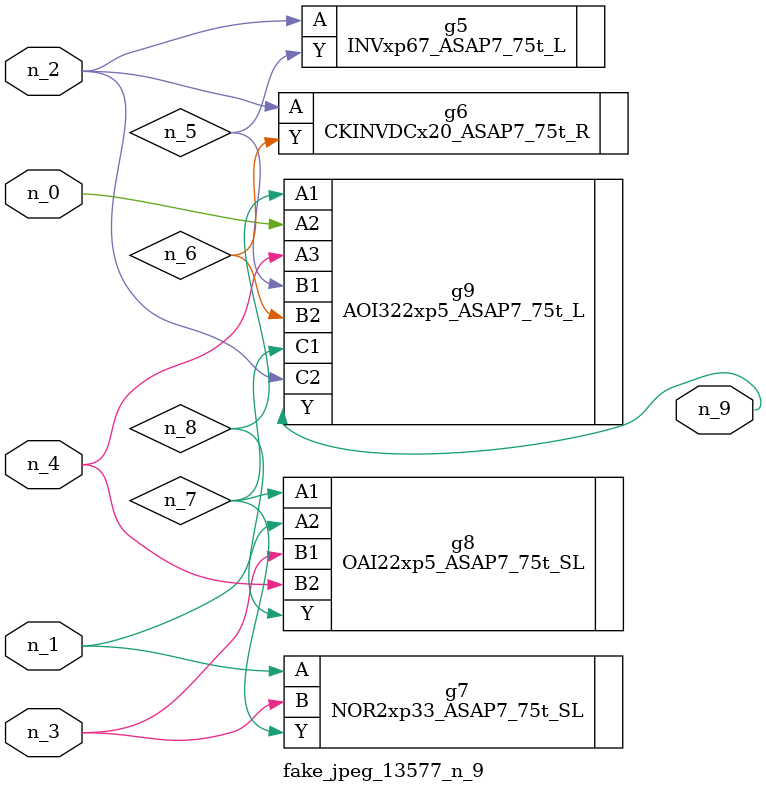
<source format=v>
module fake_jpeg_13577_n_9 (n_3, n_2, n_1, n_0, n_4, n_9);

input n_3;
input n_2;
input n_1;
input n_0;
input n_4;

output n_9;

wire n_8;
wire n_6;
wire n_5;
wire n_7;

INVxp67_ASAP7_75t_L g5 ( 
.A(n_2),
.Y(n_5)
);

CKINVDCx20_ASAP7_75t_R g6 ( 
.A(n_2),
.Y(n_6)
);

NOR2xp33_ASAP7_75t_SL g7 ( 
.A(n_1),
.B(n_3),
.Y(n_7)
);

OAI22xp5_ASAP7_75t_SL g8 ( 
.A1(n_7),
.A2(n_1),
.B1(n_3),
.B2(n_4),
.Y(n_8)
);

AOI322xp5_ASAP7_75t_L g9 ( 
.A1(n_8),
.A2(n_0),
.A3(n_4),
.B1(n_5),
.B2(n_6),
.C1(n_7),
.C2(n_2),
.Y(n_9)
);


endmodule
</source>
